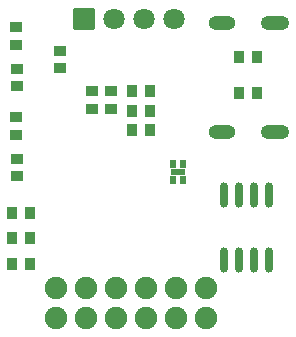
<source format=gbs>
G04 Layer: BottomSolderMaskLayer*
G04 EasyEDA Pro v2.1.32.5533625a.f972c4, 2023-12-06 19:29:04*
G04 Gerber Generator version 0.3*
G04 Scale: 100 percent, Rotated: No, Reflected: No*
G04 Dimensions in millimeters*
G04 Leading zeros omitted, absolute positions, 3 integers and 3 decimals*
%FSLAX33Y33*%
%MOMM*%
%AMRoundRect*1,1,$1,$2,$3*1,1,$1,$4,$5*1,1,$1,0-$2,0-$3*1,1,$1,0-$4,0-$5*20,1,$1,$2,$3,$4,$5,0*20,1,$1,$4,$5,0-$2,0-$3,0*20,1,$1,0-$2,0-$3,0-$4,0-$5,0*20,1,$1,0-$4,0-$5,$2,$3,0*4,1,4,$2,$3,$4,$5,0-$2,0-$3,0-$4,0-$5,$2,$3,0*%
%ADD10RoundRect,0.091X-0.455X-0.405X-0.455X0.405*%
%ADD11RoundRect,0.091X-0.408X0.437X0.408X0.437*%
%ADD12RoundRect,0.091X0.437X0.408X0.437X-0.408*%
%ADD13RoundRect,0.091X-0.437X-0.408X-0.437X0.408*%
%ADD14RoundRect,0.096X-0.853X0.853X0.853X0.853*%
%ADD15C,1.802*%
%ADD16O,0.69X2.147*%
%ADD17C,1.902*%
%ADD18O,2.402X1.202*%
%ADD19O,2.302X1.202*%
%ADD20RoundRect,0.091X0.408X-0.437X-0.408X-0.437*%
%ADD21RoundRect,0.085X0.218X0.261X0.218X-0.261*%
%ADD22RoundRect,0.084X0.559X0.209X0.559X-0.209*%
%ADD23RoundRect,0.091X0.455X0.405X0.455X-0.405*%
G75*


G04 Pad Start*
G54D10*
G01X4064Y-6923D03*
G01X4064Y-5523D03*
G01X4064Y-14543D03*
G01X4064Y-13143D03*
G54D11*
G01X3692Y-17653D03*
G01X5198Y-17653D03*
G01X3692Y-19812D03*
G01X5198Y-19812D03*
G01X3692Y-21971D03*
G01X5198Y-21971D03*
G54D12*
G01X4009Y-1914D03*
G01X4009Y-3420D03*
G54D13*
G01X4009Y-11040D03*
G01X4009Y-9534D03*
G54D14*
G01X9776Y-1232D03*
G54D15*
G01X12316Y-1232D03*
G01X14856Y-1232D03*
G01X17396Y-1232D03*
G54D16*
G01X21638Y-16151D03*
G01X22908Y-16151D03*
G01X24178Y-16151D03*
G01X25448Y-16151D03*
G01X21638Y-21695D03*
G01X22908Y-21695D03*
G01X24178Y-21695D03*
G01X25448Y-21695D03*
G54D17*
G01X7366Y-24003D03*
G01X9906Y-24003D03*
G01X7366Y-26543D03*
G01X9906Y-26543D03*
G01X12446Y-26543D03*
G01X12446Y-24003D03*
G01X20066Y-24003D03*
G01X20066Y-26543D03*
G01X17526Y-24003D03*
G01X17526Y-26543D03*
G01X14986Y-24003D03*
G01X14986Y-26543D03*
G54D18*
G01X25920Y-10833D03*
G01X25920Y-1613D03*
G54D19*
G01X21421Y-1613D03*
G01X21421Y-10833D03*
G54D11*
G01X24375Y-7493D03*
G01X22869Y-7493D03*
G54D20*
G01X22869Y-4445D03*
G01X24375Y-4445D03*
G01X13796Y-9017D03*
G01X15303Y-9017D03*
G01X13796Y-10668D03*
G01X15303Y-10668D03*
G01X13796Y-7366D03*
G01X15303Y-7366D03*
G54D21*
G01X17296Y-13539D03*
G01X18097Y-13539D03*
G01X18097Y-14893D03*
G01X17296Y-14893D03*
G54D22*
G01X17696Y-14216D03*
G54D23*
G01X7747Y-5399D03*
G01X7747Y-3999D03*
G54D12*
G01X10414Y-8844D03*
G01X10414Y-7337D03*
G01X12065Y-8844D03*
G01X12065Y-7337D03*
G04 Pad End*

M02*

</source>
